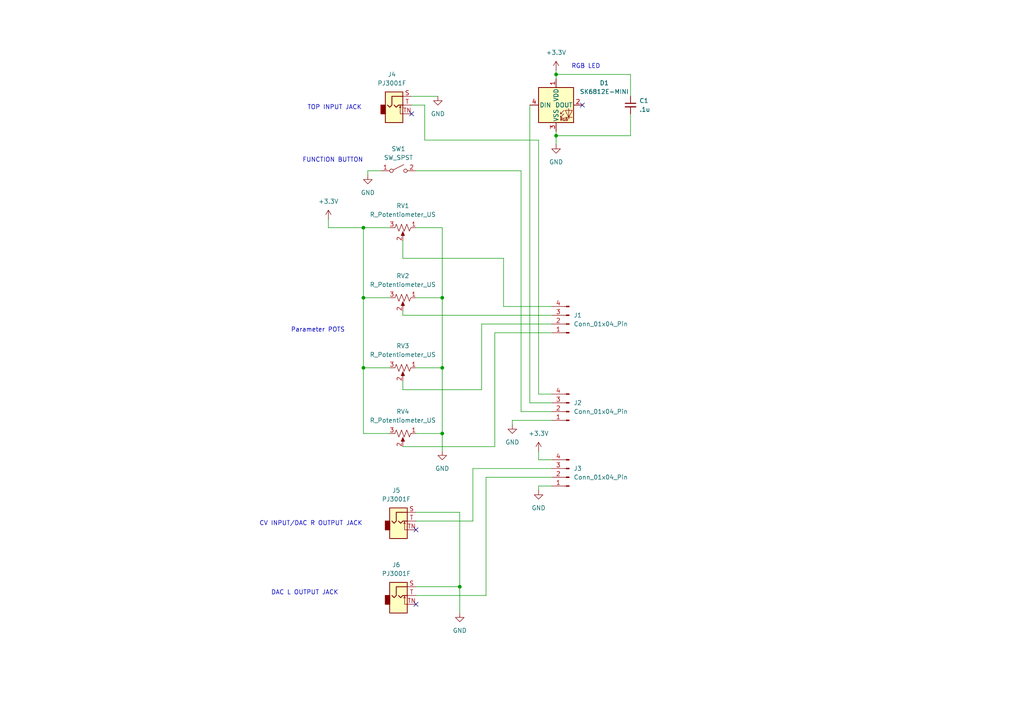
<source format=kicad_sch>
(kicad_sch (version 20250114) (generator "eeschema") (generator_version "9.0")
  (paper "A4")
  (title_block (title "PICO 2HP Controls Board") (date "2025-11-30") (rev "1.0"))
  (lib_symbols
    (symbol "Benjmodular:PJ3001F"
      (property "Reference" "J" (at 0 8.89 0))
      (property "Value" "PJ3001F" (at 0 6.35 0))
      (symbol "PJ3001F_0_1"
        (rectangle (start -2.54 0) (end -3.81 -2.54) (stroke (width 0.254)) (fill (type outline)))
        (polyline (pts (xy 0 0) (xy 0.635 -0.635) (xy 1.27 0) (xy 2.54 0)) (stroke (width 0.254)))
        (polyline (pts (xy 1.778 -0.254) (xy 2.032 -0.762)))
        (rectangle (start 2.54 3.81) (end -2.54 -5.08) (stroke (width 0.254)) (fill (type background)))
        (polyline (pts (xy 2.54 2.54) (xy -0.635 2.54) (xy -0.635 0) (xy -1.27 -0.635) (xy -1.905 0)) (stroke (width 0.254)))
        (polyline (pts (xy 2.54 -2.54) (xy 1.778 -2.54) (xy 1.778 -0.254) (xy 1.524 -0.762)))
      )
      (symbol "PJ3001F_1_1"
        (pin passive line (at 5.08 2.54 180) (length 2.54) (name "~") (number "S"))
        (pin passive line (at 5.08 0 180) (length 2.54) (name "~") (number "T"))
        (pin passive line (at 5.08 -2.54 180) (length 2.54) (name "~") (number "TN"))
      )
    )
    (symbol "Connector:Conn_01x04_Pin" (pin_names (offset 1.016) (hide yes))
      (property "Reference" "J" (at 0 5.08 0))
      (property "Value" "Conn_01x04_Pin" (at 0 -7.62 0))
      (symbol "Conn_01x04_Pin_1_1"
        (rectangle (start 0.8636 2.667) (end 0 2.413) (stroke (width 0.1524)) (fill (type outline)))
        (rectangle (start 0.8636 0.127) (end 0 -0.127) (stroke (width 0.1524)) (fill (type outline)))
        (rectangle (start 0.8636 -2.413) (end 0 -2.667) (stroke (width 0.1524)) (fill (type outline)))
        (rectangle (start 0.8636 -4.953) (end 0 -5.207) (stroke (width 0.1524)) (fill (type outline)))
        (polyline (pts (xy 1.27 2.54) (xy 0.8636 2.54)) (stroke (width 0.1524)))
        (polyline (pts (xy 1.27 0) (xy 0.8636 0)) (stroke (width 0.1524)))
        (polyline (pts (xy 1.27 -2.54) (xy 0.8636 -2.54)) (stroke (width 0.1524)))
        (polyline (pts (xy 1.27 -5.08) (xy 0.8636 -5.08)) (stroke (width 0.1524)))
        (pin passive line (at 5.08 2.54 180) (length 3.81) (name "Pin_1") (number "1"))
        (pin passive line (at 5.08 0 180) (length 3.81) (name "Pin_2") (number "2"))
        (pin passive line (at 5.08 -2.54 180) (length 3.81) (name "Pin_3") (number "3"))
        (pin passive line (at 5.08 -5.08 180) (length 3.81) (name "Pin_4") (number "4"))
      )
    )
    (symbol "Device:C_Small" (pin_numbers (hide yes)) (pin_names (offset 0.254) (hide yes))
      (property "Reference" "C" (at 0.254 1.778 0))
      (property "Value" "C_Small" (at 0.254 -2.032 0))
      (symbol "C_Small_0_1"
        (polyline (pts (xy -1.524 0.508) (xy 1.524 0.508)) (stroke (width 0.3048)))
        (polyline (pts (xy -1.524 -0.508) (xy 1.524 -0.508)) (stroke (width 0.3302)))
      )
      (symbol "C_Small_1_1"
        (pin passive line (at 0 2.54 270) (length 2.032) (name "~") (number "1"))
        (pin passive line (at 0 -2.54 90) (length 2.032) (name "~") (number "2"))
      )
    )
    (symbol "Device:R_Potentiometer_US" (pin_names (offset 1.016) (hide yes))
      (property "Reference" "RV" (at -4.445 0 90))
      (property "Value" "R_Potentiometer_US" (at -2.54 0 90))
      (symbol "R_Potentiometer_US_0_1"
        (polyline (pts (xy 0 2.54) (xy 0 2.286)))
        (polyline (pts (xy 0 2.286) (xy 1.016 1.905) (xy 0 1.524) (xy -1.016 1.143) (xy 0 0.762)))
        (polyline (pts (xy 0 0.762) (xy 1.016 0.381) (xy 0 0) (xy -1.016 -0.381) (xy 0 -0.762)))
        (polyline (pts (xy 0 -0.762) (xy 1.016 -1.143) (xy 0 -1.524) (xy -1.016 -1.905) (xy 0 -2.286)))
        (polyline (pts (xy 0 -2.286) (xy 0 -2.54)))
        (polyline (pts (xy 1.143 0) (xy 2.286 0.508) (xy 2.286 -0.508) (xy 1.143 0)) (fill (type outline)))
        (polyline (pts (xy 2.54 0) (xy 1.524 0)))
      )
      (symbol "R_Potentiometer_US_1_1"
        (pin passive line (at 0 3.81 270) (length 1.27) (name "1") (number "1"))
        (pin passive line (at 0 -3.81 90) (length 1.27) (name "3") (number "3"))
        (pin passive line (at 3.81 0 180) (length 1.27) (name "2") (number "2"))
      )
    )
    (symbol "My_Library:SK6812E-MINI" (pin_names (offset 0.254))
      (property "Reference" "D" (at 5.08 5.715 0))
      (property "Value" "SK6812E-MINI" (at 1.27 -5.715 0))
      (symbol "SK6812E-MINI_0_0"
        (text "RGB" (at 2.286 -4.191 0) (effects (font (size 0.762 0.762))))
      )
      (symbol "SK6812E-MINI_0_1"
        (polyline (pts (xy 1.27 -2.54) (xy 1.778 -2.54)))
        (polyline (pts (xy 1.27 -3.556) (xy 1.778 -3.556)))
        (polyline (pts (xy 2.286 -1.524) (xy 1.27 -2.54) (xy 1.27 -2.032)))
        (polyline (pts (xy 2.286 -2.54) (xy 1.27 -3.556) (xy 1.27 -3.048)))
        (polyline (pts (xy 3.683 -1.016) (xy 3.683 -3.556) (xy 3.683 -4.064)))
        (polyline (pts (xy 4.699 -1.524) (xy 2.667 -1.524) (xy 3.683 -3.556) (xy 4.699 -1.524)))
        (polyline (pts (xy 4.699 -3.556) (xy 2.667 -3.556)))
        (rectangle (start 5.08 5.08) (end -5.08 -5.08) (stroke (width 0.254)) (fill (type background)))
      )
      (symbol "SK6812E-MINI_1_1"
        (pin input line (at -7.62 0 0) (length 2.54) (name "DIN") (number "4"))
        (pin power_in line (at 0 7.62 270) (length 2.54) (name "VDD") (number "1"))
        (pin power_in line (at 0 -7.62 90) (length 2.54) (name "VSS") (number "3"))
        (pin output line (at 7.62 0 180) (length 2.54) (name "DOUT") (number "2"))
      )
    )
    (symbol "Switch:SW_SPST" (pin_names (offset 0) (hide yes))
      (property "Reference" "SW" (at 0 3.175 0))
      (property "Value" "SW_SPST" (at 0 -2.54 0))
      (symbol "SW_SPST_0_0"
        (circle (center -2.032 0) (radius 0.508))
        (polyline (pts (xy -1.524 0.254) (xy 1.524 1.778)))
        (circle (center 2.032 0) (radius 0.508))
      )
      (symbol "SW_SPST_1_1"
        (pin passive line (at -5.08 0 0) (length 2.54) (name "A") (number "1"))
        (pin passive line (at 5.08 0 180) (length 2.54) (name "B") (number "2"))
      )
    )
    (symbol "power:+3.3V" (power) (pin_numbers (hide yes)) (pin_names (offset 0) (hide yes))
      (property "Value" "+3.3V" (at 0 3.556 0))
      (symbol "+3.3V_0_1"
        (polyline (pts (xy -0.762 1.27) (xy 0 2.54)))
        (polyline (pts (xy 0 2.54) (xy 0.762 1.27)))
        (polyline (pts (xy 0 0) (xy 0 2.54)))
      )
      (symbol "+3.3V_1_1"
        (pin power_in line (at 0 0 90) (length 0) (name "~") (number "1"))
      )
    )
    (symbol "power:GND" (power) (pin_numbers (hide yes)) (pin_names (offset 0) (hide yes))
      (property "Value" "GND" (at 0 -3.81 0))
      (symbol "GND_0_1"
        (polyline (pts (xy 0 0) (xy 0 -1.27) (xy 1.27 -1.27) (xy 0 -2.54) (xy -1.27 -1.27) (xy 0 -1.27)))
      )
      (symbol "GND_1_1"
        (pin power_in line (at 0 0 270) (length 0) (name "~") (number "1"))
      )
    )
  )
  (text "TOP INPUT JACK" (at 97.028 31.242 0) (effects (font (size 1.27 1.27))))
  (text "RGB LED" (at 169.926 19.304 0) (effects (font (size 1.27 1.27))))
  (text "FUNCTION BUTTON" (at 96.52 46.482 0) (effects (font (size 1.27 1.27))))
  (text "DAC L OUTPUT JACK" (at 88.392 171.958 0) (effects (font (size 1.27 1.27))))
  (text "CV INPUT/DAC R OUTPUT JACK" (at 90.17 151.892 0) (effects (font (size 1.27 1.27))))
  (text "Parameter POTS" (at 92.202 95.758 0) (effects (font (size 1.27 1.27))))
  (junction (at 128.27 86.36))
  (junction (at 105.41 66.04))
  (junction (at 161.29 39.37))
  (junction (at 161.29 21.59))
  (junction (at 128.27 125.73))
  (junction (at 133.35 170.18))
  (junction (at 105.41 106.68))
  (junction (at 105.41 86.36))
  (junction (at 128.27 106.68))
  (no_connect (at 119.38 33.02))
  (no_connect (at 120.65 175.26))
  (no_connect (at 168.91 30.48))
  (no_connect (at 120.65 153.67))
  (wire (pts (xy 116.84 113.03) (xy 139.7 113.03)))
  (wire (pts (xy 182.88 39.37) (xy 161.29 39.37)))
  (wire (pts (xy 120.65 170.18) (xy 133.35 170.18)))
  (wire (pts (xy 113.03 106.68) (xy 105.41 106.68)))
  (wire (pts (xy 120.65 106.68) (xy 128.27 106.68)))
  (wire (pts (xy 116.84 74.93) (xy 146.05 74.93)))
  (wire (pts (xy 143.51 129.54) (xy 143.51 96.52)))
  (wire (pts (xy 182.88 27.94) (xy 182.88 21.59)))
  (wire (pts (xy 120.65 66.04) (xy 128.27 66.04)))
  (wire (pts (xy 95.25 66.04) (xy 105.41 66.04)))
  (wire (pts (xy 123.19 30.48) (xy 123.19 40.64)))
  (wire (pts (xy 156.21 40.64) (xy 156.21 114.3)))
  (wire (pts (xy 128.27 125.73) (xy 128.27 106.68)))
  (wire (pts (xy 113.03 66.04) (xy 105.41 66.04)))
  (wire (pts (xy 119.38 27.94) (xy 127 27.94)))
  (wire (pts (xy 128.27 125.73) (xy 128.27 130.81)))
  (wire (pts (xy 151.13 49.53) (xy 151.13 119.38)))
  (wire (pts (xy 139.7 93.98) (xy 160.02 93.98)))
  (wire (pts (xy 123.19 40.64) (xy 156.21 40.64)))
  (wire (pts (xy 156.21 130.81) (xy 156.21 133.35)))
  (wire (pts (xy 148.59 121.92) (xy 148.59 123.19)))
  (wire (pts (xy 116.84 69.85) (xy 116.84 74.93)))
  (wire (pts (xy 95.25 63.5) (xy 95.25 66.04)))
  (wire (pts (xy 160.02 140.97) (xy 156.21 140.97)))
  (wire (pts (xy 120.65 148.59) (xy 133.35 148.59)))
  (wire (pts (xy 160.02 121.92) (xy 148.59 121.92)))
  (wire (pts (xy 119.38 30.48) (xy 123.19 30.48)))
  (wire (pts (xy 116.84 90.17) (xy 116.84 91.44)))
  (wire (pts (xy 137.16 135.89) (xy 137.16 151.13)))
  (wire (pts (xy 105.41 106.68) (xy 105.41 86.36)))
  (wire (pts (xy 133.35 170.18) (xy 133.35 177.8)))
  (wire (pts (xy 133.35 148.59) (xy 133.35 170.18)))
  (wire (pts (xy 161.29 38.1) (xy 161.29 39.37)))
  (wire (pts (xy 160.02 138.43) (xy 140.97 138.43)))
  (wire (pts (xy 160.02 135.89) (xy 137.16 135.89)))
  (wire (pts (xy 161.29 39.37) (xy 161.29 41.91)))
  (wire (pts (xy 151.13 119.38) (xy 160.02 119.38)))
  (wire (pts (xy 106.68 49.53) (xy 106.68 50.8)))
  (wire (pts (xy 116.84 129.54) (xy 143.51 129.54)))
  (wire (pts (xy 128.27 106.68) (xy 128.27 86.36)))
  (wire (pts (xy 116.84 110.49) (xy 116.84 113.03)))
  (wire (pts (xy 156.21 133.35) (xy 160.02 133.35)))
  (wire (pts (xy 128.27 66.04) (xy 128.27 86.36)))
  (wire (pts (xy 128.27 86.36) (xy 120.65 86.36)))
  (wire (pts (xy 161.29 21.59) (xy 161.29 22.86)))
  (wire (pts (xy 140.97 172.72) (xy 120.65 172.72)))
  (wire (pts (xy 161.29 20.32) (xy 161.29 21.59)))
  (wire (pts (xy 153.67 30.48) (xy 153.67 116.84)))
  (wire (pts (xy 146.05 88.9) (xy 160.02 88.9)))
  (wire (pts (xy 156.21 114.3) (xy 160.02 114.3)))
  (wire (pts (xy 153.67 116.84) (xy 160.02 116.84)))
  (wire (pts (xy 110.49 49.53) (xy 106.68 49.53)))
  (wire (pts (xy 161.29 21.59) (xy 182.88 21.59)))
  (wire (pts (xy 120.65 49.53) (xy 151.13 49.53)))
  (wire (pts (xy 116.84 91.44) (xy 160.02 91.44)))
  (wire (pts (xy 120.65 125.73) (xy 128.27 125.73)))
  (wire (pts (xy 156.21 140.97) (xy 156.21 142.24)))
  (wire (pts (xy 105.41 86.36) (xy 113.03 86.36)))
  (wire (pts (xy 182.88 33.02) (xy 182.88 39.37)))
  (wire (pts (xy 137.16 151.13) (xy 120.65 151.13)))
  (wire (pts (xy 139.7 113.03) (xy 139.7 93.98)))
  (wire (pts (xy 105.41 125.73) (xy 105.41 106.68)))
  (wire (pts (xy 143.51 96.52) (xy 160.02 96.52)))
  (wire (pts (xy 146.05 74.93) (xy 146.05 88.9)))
  (wire (pts (xy 140.97 138.43) (xy 140.97 172.72)))
  (wire (pts (xy 113.03 125.73) (xy 105.41 125.73)))
  (wire (pts (xy 105.41 66.04) (xy 105.41 86.36)))
  (symbol (lib_id "Device:R_Potentiometer_US") (at 116.84 66.04 270) (unit 1)
    (property "Reference" "RV1" (at 116.84 59.69 90))
    (property "Value" "R_Potentiometer_US" (at 116.84 62.23 90))
    (property "Footprint" "Benjmodular:Potentiometer_RV09_10HP" (effects (hide yes)))
    (property "Description" "Potentiometer, US symbol" (effects (hide yes)))
  )
  (symbol (lib_id "Benjmodular:PJ3001F") (at 115.57 172.72 0) (unit 1)
    (property "Reference" "J6" (at 114.935 163.83 0))
    (property "Value" "PJ3001F" (at 114.935 166.37 0))
    (property "Footprint" "Benjmodular:AudioJack_3.5mm" (effects (hide yes)))
    (property "Description" "Audio Jack, 2 Poles (Mono / TS), Switched T Pole (Normalling)" (effects (hide yes)))
  )
  (symbol (lib_id "My_Library:SK6812E-MINI") (at 161.29 30.48 0) (unit 1)
    (property "Reference" "D1" (at 175.26 24.0598 0))
    (property "Value" "SK6812E-MINI" (at 175.26 26.5998 0))
    (property "Footprint" "MyLibrary:LED_OPSCO_SK6812_MINI-E_5.0x5.0mm_P3.1mm" (effects (hide yes)))
    (property "Datasheet" "https://cdn-shop.adafruit.com/product-files/2686/SK6812MINI_REV.01-1-2.pdf" (effects (hide yes)))
    (property "Description" "RGB LED with integrated controller" (effects (hide yes)))
  )
  (symbol (lib_id "power:GND") (at 156.21 142.24 0) (unit 1)
    (property "Reference" "#PWR010" (effects (hide yes)))
    (property "Value" "GND" (at 156.21 147.32 0))
    (property "Description" "Power symbol creates a global label with name \"GND\" , ground" (effects (hide yes)))
  )
  (symbol (lib_id "power:GND") (at 161.29 41.91 0) (unit 1)
    (property "Reference" "#PWR01" (effects (hide yes)))
    (property "Value" "GND" (at 161.29 46.99 0))
    (property "Description" "Power symbol creates a global label with name \"GND\" , ground" (effects (hide yes)))
  )
  (symbol (lib_id "Connector:Conn_01x04_Pin") (at 165.1 93.98 180) (unit 1)
    (property "Reference" "J1" (at 166.37 91.4399 0) (effects (justify right)))
    (property "Value" "Conn_01x04_Pin" (at 166.37 93.9799 0) (effects (justify right)))
    (property "Footprint" "Connector_PinHeader_2.54mm:PinHeader_1x04_P2.54mm_Vertical" (effects (hide yes)))
    (property "Description" "Generic connector, single row, 01x04, script generated" (effects (hide yes)))
  )
  (symbol (lib_id "power:GND") (at 133.35 177.8 0) (unit 1)
    (property "Reference" "#PWR03" (effects (hide yes)))
    (property "Value" "GND" (at 133.35 182.88 0))
    (property "Description" "Power symbol creates a global label with name \"GND\" , ground" (effects (hide yes)))
  )
  (symbol (lib_id "Benjmodular:PJ3001F") (at 114.3 30.48 0) (unit 1)
    (property "Reference" "J4" (at 113.665 21.59 0))
    (property "Value" "PJ3001F" (at 113.665 24.13 0))
    (property "Footprint" "Benjmodular:AudioJack_3.5mm" (effects (hide yes)))
    (property "Description" "Audio Jack, 2 Poles (Mono / TS), Switched T Pole (Normalling)" (effects (hide yes)))
  )
  (symbol (lib_id "Device:R_Potentiometer_US") (at 116.84 86.36 270) (unit 1)
    (property "Reference" "RV2" (at 116.84 80.01 90))
    (property "Value" "R_Potentiometer_US" (at 116.84 82.55 90))
    (property "Footprint" "Benjmodular:Potentiometer_RV09_10HP" (effects (hide yes)))
    (property "Description" "Potentiometer, US symbol" (effects (hide yes)))
  )
  (symbol (lib_id "power:+3.3V") (at 161.29 20.32 0) (unit 1)
    (property "Reference" "#PWR07" (effects (hide yes)))
    (property "Value" "+3.3V" (at 161.29 15.24 0))
    (property "Description" "Power symbol creates a global label with name \"+3.3V\"" (effects (hide yes)))
  )
  (symbol (lib_id "power:+3.3V") (at 156.21 130.81 0) (unit 1)
    (property "Reference" "#PWR08" (effects (hide yes)))
    (property "Value" "+3.3V" (at 156.21 125.73 0))
    (property "Description" "Power symbol creates a global label with name \"+3.3V\"" (effects (hide yes)))
  )
  (symbol (lib_id "power:GND") (at 106.68 50.8 0) (unit 1)
    (property "Reference" "#PWR04" (effects (hide yes)))
    (property "Value" "GND" (at 106.68 55.88 0))
    (property "Description" "Power symbol creates a global label with name \"GND\" , ground" (effects (hide yes)))
  )
  (symbol (lib_id "Connector:Conn_01x04_Pin") (at 165.1 138.43 180) (unit 1)
    (property "Reference" "J3" (at 166.37 135.8899 0) (effects (justify right)))
    (property "Value" "Conn_01x04_Pin" (at 166.37 138.4299 0) (effects (justify right)))
    (property "Footprint" "Connector_PinHeader_2.54mm:PinHeader_1x04_P2.54mm_Vertical" (effects (hide yes)))
    (property "Description" "Generic connector, single row, 01x04, script generated" (effects (hide yes)))
  )
  (symbol (lib_id "power:GND") (at 128.27 130.81 0) (unit 1)
    (property "Reference" "#PWR05" (effects (hide yes)))
    (property "Value" "GND" (at 128.27 135.89 0))
    (property "Description" "Power symbol creates a global label with name \"GND\" , ground" (effects (hide yes)))
  )
  (symbol (lib_id "Benjmodular:PJ3001F") (at 115.57 151.13 0) (unit 1)
    (property "Reference" "J5" (at 114.935 142.24 0))
    (property "Value" "PJ3001F" (at 114.935 144.78 0))
    (property "Footprint" "Benjmodular:AudioJack_3.5mm" (effects (hide yes)))
    (property "Description" "Audio Jack, 2 Poles (Mono / TS), Switched T Pole (Normalling)" (effects (hide yes)))
  )
  (symbol (lib_id "Device:C_Small") (at 182.88 30.48 0) (unit 1)
    (property "Reference" "C1" (at 185.42 29.2162 0) (effects (justify left)))
    (property "Value" ".1u" (at 185.42 31.7562 0) (effects (justify left)))
    (property "Footprint" "Capacitor_SMD:C_0603_1608Metric_Pad1.08x0.95mm_HandSolder" (effects (hide yes)))
    (property "Description" "Unpolarized capacitor, small symbol" (effects (hide yes)))
  )
  (symbol (lib_id "power:GND") (at 127 27.94 0) (unit 1)
    (property "Reference" "#PWR02" (effects (hide yes)))
    (property "Value" "GND" (at 127 33.02 0))
    (property "Description" "Power symbol creates a global label with name \"GND\" , ground" (effects (hide yes)))
  )
  (symbol (lib_id "Device:R_Potentiometer_US") (at 116.84 125.73 270) (unit 1)
    (property "Reference" "RV4" (at 116.84 119.38 90))
    (property "Value" "R_Potentiometer_US" (at 116.84 121.92 90))
    (property "Footprint" "Benjmodular:Potentiometer_RV09_10HP" (effects (hide yes)))
    (property "Description" "Potentiometer, US symbol" (effects (hide yes)))
  )
  (symbol (lib_id "Switch:SW_SPST") (at 115.57 49.53 0) (unit 1)
    (property "Reference" "SW1" (at 115.57 43.18 0))
    (property "Value" "SW_SPST" (at 115.57 45.72 0))
    (property "Footprint" "Button_Switch_THT:SW_PUSH_6mm" (effects (hide yes)))
    (property "Description" "Single Pole Single Throw (SPST) switch" (effects (hide yes)))
  )
  (symbol (lib_id "power:GND") (at 148.59 123.19 0) (unit 1)
    (property "Reference" "#PWR09" (effects (hide yes)))
    (property "Value" "GND" (at 148.59 128.27 0))
    (property "Description" "Power symbol creates a global label with name \"GND\" , ground" (effects (hide yes)))
  )
  (symbol (lib_id "Device:R_Potentiometer_US") (at 116.84 106.68 270) (unit 1)
    (property "Reference" "RV3" (at 116.84 100.33 90))
    (property "Value" "R_Potentiometer_US" (at 116.84 102.87 90))
    (property "Footprint" "Benjmodular:Potentiometer_RV09_10HP" (effects (hide yes)))
    (property "Description" "Potentiometer, US symbol" (effects (hide yes)))
  )
  (symbol (lib_id "power:+3.3V") (at 95.25 63.5 0) (unit 1)
    (property "Reference" "#PWR06" (effects (hide yes)))
    (property "Value" "+3.3V" (at 95.25 58.42 0))
    (property "Description" "Power symbol creates a global label with name \"+3.3V\"" (effects (hide yes)))
  )
  (symbol (lib_id "Connector:Conn_01x04_Pin") (at 165.1 119.38 180) (unit 1)
    (property "Reference" "J2" (at 166.37 116.8399 0) (effects (justify right)))
    (property "Value" "Conn_01x04_Pin" (at 166.37 119.3799 0) (effects (justify right)))
    (property "Footprint" "Connector_PinHeader_2.54mm:PinHeader_1x04_P2.54mm_Vertical" (effects (hide yes)))
    (property "Description" "Generic connector, single row, 01x04, script generated" (effects (hide yes)))
  )
)
</source>
